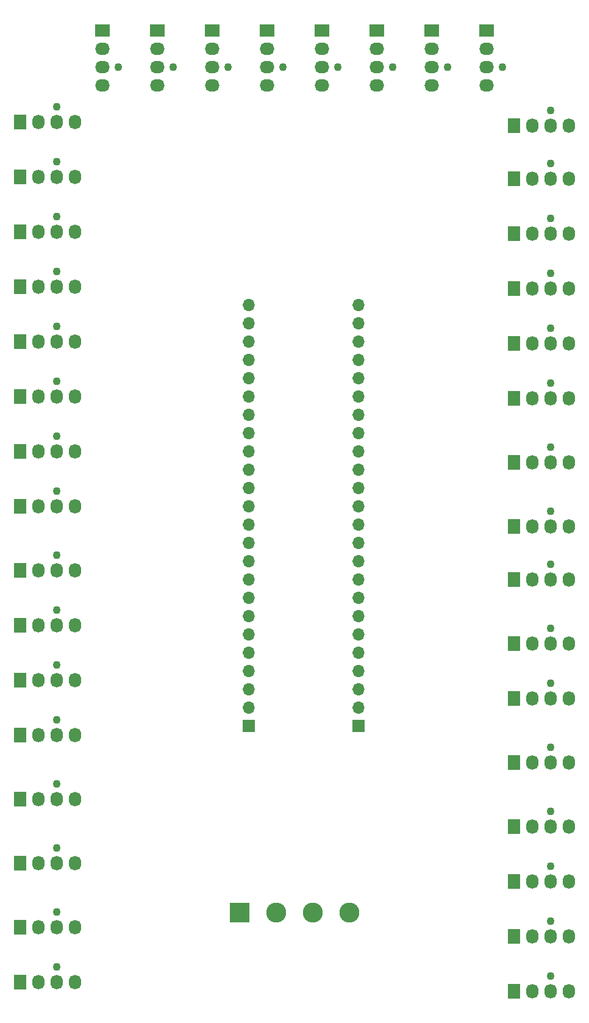
<source format=gbr>
%TF.GenerationSoftware,KiCad,Pcbnew,(5.1.8)-1*%
%TF.CreationDate,2021-02-28T20:43:26-06:00*%
%TF.ProjectId,CircuitBoard,43697263-7569-4744-926f-6172642e6b69,rev?*%
%TF.SameCoordinates,Original*%
%TF.FileFunction,Soldermask,Bot*%
%TF.FilePolarity,Negative*%
%FSLAX46Y46*%
G04 Gerber Fmt 4.6, Leading zero omitted, Abs format (unit mm)*
G04 Created by KiCad (PCBNEW (5.1.8)-1) date 2021-02-28 20:43:26*
%MOMM*%
%LPD*%
G01*
G04 APERTURE LIST*
%ADD10C,2.780000*%
%ADD11R,2.780000X2.780000*%
%ADD12C,1.100000*%
%ADD13O,1.730000X2.030000*%
%ADD14R,1.730000X2.030000*%
%ADD15O,1.700000X1.700000*%
%ADD16R,1.700000X1.700000*%
%ADD17O,2.030000X1.730000*%
%ADD18R,2.030000X1.730000*%
G04 APERTURE END LIST*
D10*
%TO.C,JMolex1*%
X133350000Y-169418000D03*
X128270000Y-169418000D03*
X123190000Y-169418000D03*
D11*
X118110000Y-169418000D03*
%TD*%
D12*
%TO.C,J42*%
X92710000Y-110870000D03*
D13*
X95250000Y-113030000D03*
X92710000Y-113030000D03*
X90170000Y-113030000D03*
D14*
X87630000Y-113030000D03*
%TD*%
D12*
%TO.C,J41*%
X92710000Y-103250000D03*
D13*
X95250000Y-105410000D03*
X92710000Y-105410000D03*
X90170000Y-105410000D03*
D14*
X87630000Y-105410000D03*
%TD*%
D12*
%TO.C,J40*%
X92710000Y-95630000D03*
D13*
X95250000Y-97790000D03*
X92710000Y-97790000D03*
X90170000Y-97790000D03*
D14*
X87630000Y-97790000D03*
%TD*%
D12*
%TO.C,J39*%
X92710000Y-88010000D03*
D13*
X95250000Y-90170000D03*
X92710000Y-90170000D03*
X90170000Y-90170000D03*
D14*
X87630000Y-90170000D03*
%TD*%
D12*
%TO.C,J38*%
X92710000Y-80390000D03*
D13*
X95250000Y-82550000D03*
X92710000Y-82550000D03*
X90170000Y-82550000D03*
D14*
X87630000Y-82550000D03*
%TD*%
D12*
%TO.C,J37*%
X92710000Y-72770000D03*
D13*
X95250000Y-74930000D03*
X92710000Y-74930000D03*
X90170000Y-74930000D03*
D14*
X87630000Y-74930000D03*
%TD*%
D12*
%TO.C,J36*%
X92710000Y-65150000D03*
D13*
X95250000Y-67310000D03*
X92710000Y-67310000D03*
X90170000Y-67310000D03*
D14*
X87630000Y-67310000D03*
%TD*%
D12*
%TO.C,J35*%
X92710000Y-57530000D03*
D13*
X95250000Y-59690000D03*
X92710000Y-59690000D03*
X90170000Y-59690000D03*
D14*
X87630000Y-59690000D03*
%TD*%
D12*
%TO.C,J34*%
X92710000Y-119760000D03*
D13*
X95250000Y-121920000D03*
X92710000Y-121920000D03*
X90170000Y-121920000D03*
D14*
X87630000Y-121920000D03*
%TD*%
D12*
%TO.C,J33*%
X92710000Y-127380000D03*
D13*
X95250000Y-129540000D03*
X92710000Y-129540000D03*
X90170000Y-129540000D03*
D14*
X87630000Y-129540000D03*
%TD*%
D12*
%TO.C,J32*%
X92710000Y-135000000D03*
D13*
X95250000Y-137160000D03*
X92710000Y-137160000D03*
X90170000Y-137160000D03*
D14*
X87630000Y-137160000D03*
%TD*%
D12*
%TO.C,J31*%
X92710000Y-142620000D03*
D13*
X95250000Y-144780000D03*
X92710000Y-144780000D03*
X90170000Y-144780000D03*
D14*
X87630000Y-144780000D03*
%TD*%
D12*
%TO.C,J30*%
X92710000Y-151510000D03*
D13*
X95250000Y-153670000D03*
X92710000Y-153670000D03*
X90170000Y-153670000D03*
D14*
X87630000Y-153670000D03*
%TD*%
D12*
%TO.C,J29*%
X92710000Y-160400000D03*
D13*
X95250000Y-162560000D03*
X92710000Y-162560000D03*
X90170000Y-162560000D03*
D14*
X87630000Y-162560000D03*
%TD*%
D12*
%TO.C,J28*%
X92710000Y-169290000D03*
D13*
X95250000Y-171450000D03*
X92710000Y-171450000D03*
X90170000Y-171450000D03*
D14*
X87630000Y-171450000D03*
%TD*%
D12*
%TO.C,J27*%
X92710000Y-176910000D03*
D13*
X95250000Y-179070000D03*
X92710000Y-179070000D03*
X90170000Y-179070000D03*
D14*
X87630000Y-179070000D03*
%TD*%
D12*
%TO.C,J26*%
X161290000Y-113664000D03*
D13*
X163830000Y-115824000D03*
X161290000Y-115824000D03*
X158750000Y-115824000D03*
D14*
X156210000Y-115824000D03*
%TD*%
D12*
%TO.C,J25*%
X161290000Y-104774000D03*
D13*
X163830000Y-106934000D03*
X161290000Y-106934000D03*
X158750000Y-106934000D03*
D14*
X156210000Y-106934000D03*
%TD*%
D12*
%TO.C,J24*%
X161290000Y-95884000D03*
D13*
X163830000Y-98044000D03*
X161290000Y-98044000D03*
X158750000Y-98044000D03*
D14*
X156210000Y-98044000D03*
%TD*%
D12*
%TO.C,J23*%
X161290000Y-88264000D03*
D13*
X163830000Y-90424000D03*
X161290000Y-90424000D03*
X158750000Y-90424000D03*
D14*
X156210000Y-90424000D03*
%TD*%
D15*
%TO.C,J22*%
X119380000Y-85090000D03*
X119380000Y-87630000D03*
X119380000Y-90170000D03*
X119380000Y-92710000D03*
X119380000Y-95250000D03*
X119380000Y-97790000D03*
X119380000Y-100330000D03*
X119380000Y-102870000D03*
X119380000Y-105410000D03*
X119380000Y-107950000D03*
X119380000Y-110490000D03*
X119380000Y-113030000D03*
X119380000Y-115570000D03*
X119380000Y-118110000D03*
X119380000Y-120650000D03*
X119380000Y-123190000D03*
X119380000Y-125730000D03*
X119380000Y-128270000D03*
X119380000Y-130810000D03*
X119380000Y-133350000D03*
X119380000Y-135890000D03*
X119380000Y-138430000D03*
X119380000Y-140970000D03*
D16*
X119380000Y-143510000D03*
%TD*%
D15*
%TO.C,J21*%
X134620000Y-85090000D03*
X134620000Y-87630000D03*
X134620000Y-90170000D03*
X134620000Y-92710000D03*
X134620000Y-95250000D03*
X134620000Y-97790000D03*
X134620000Y-100330000D03*
X134620000Y-102870000D03*
X134620000Y-105410000D03*
X134620000Y-107950000D03*
X134620000Y-110490000D03*
X134620000Y-113030000D03*
X134620000Y-115570000D03*
X134620000Y-118110000D03*
X134620000Y-120650000D03*
X134620000Y-123190000D03*
X134620000Y-125730000D03*
X134620000Y-128270000D03*
X134620000Y-130810000D03*
X134620000Y-133350000D03*
X134620000Y-135890000D03*
X134620000Y-138430000D03*
X134620000Y-140970000D03*
D16*
X134620000Y-143510000D03*
%TD*%
D12*
%TO.C,J20*%
X108840000Y-52070000D03*
D17*
X106680000Y-54610000D03*
X106680000Y-52070000D03*
X106680000Y-49530000D03*
D18*
X106680000Y-46990000D03*
%TD*%
D12*
%TO.C,J19*%
X101220000Y-52070000D03*
D17*
X99060000Y-54610000D03*
X99060000Y-52070000D03*
X99060000Y-49530000D03*
D18*
X99060000Y-46990000D03*
%TD*%
D12*
%TO.C,J18*%
X161290000Y-121030000D03*
D13*
X163830000Y-123190000D03*
X161290000Y-123190000D03*
X158750000Y-123190000D03*
D14*
X156210000Y-123190000D03*
%TD*%
D12*
%TO.C,J17*%
X161290000Y-129920000D03*
D13*
X163830000Y-132080000D03*
X161290000Y-132080000D03*
X158750000Y-132080000D03*
D14*
X156210000Y-132080000D03*
%TD*%
D12*
%TO.C,J16*%
X161290000Y-137540000D03*
D13*
X163830000Y-139700000D03*
X161290000Y-139700000D03*
X158750000Y-139700000D03*
D14*
X156210000Y-139700000D03*
%TD*%
D12*
%TO.C,J15*%
X161290000Y-146430000D03*
D13*
X163830000Y-148590000D03*
X161290000Y-148590000D03*
X158750000Y-148590000D03*
D14*
X156210000Y-148590000D03*
%TD*%
D12*
%TO.C,J14*%
X161290000Y-155320000D03*
D13*
X163830000Y-157480000D03*
X161290000Y-157480000D03*
X158750000Y-157480000D03*
D14*
X156210000Y-157480000D03*
%TD*%
D12*
%TO.C,J13*%
X161290000Y-162940000D03*
D13*
X163830000Y-165100000D03*
X161290000Y-165100000D03*
X158750000Y-165100000D03*
D14*
X156210000Y-165100000D03*
%TD*%
D12*
%TO.C,J12*%
X161290000Y-170560000D03*
D13*
X163830000Y-172720000D03*
X161290000Y-172720000D03*
X158750000Y-172720000D03*
D14*
X156210000Y-172720000D03*
%TD*%
D12*
%TO.C,J11*%
X161290000Y-178180000D03*
D13*
X163830000Y-180340000D03*
X161290000Y-180340000D03*
X158750000Y-180340000D03*
D14*
X156210000Y-180340000D03*
%TD*%
D12*
%TO.C,J10*%
X161290000Y-80644000D03*
D13*
X163830000Y-82804000D03*
X161290000Y-82804000D03*
X158750000Y-82804000D03*
D14*
X156210000Y-82804000D03*
%TD*%
D12*
%TO.C,J9*%
X161290000Y-65404000D03*
D13*
X163830000Y-67564000D03*
X161290000Y-67564000D03*
X158750000Y-67564000D03*
D14*
X156210000Y-67564000D03*
%TD*%
D12*
%TO.C,J8*%
X161290000Y-58038000D03*
D13*
X163830000Y-60198000D03*
X161290000Y-60198000D03*
X158750000Y-60198000D03*
D14*
X156210000Y-60198000D03*
%TD*%
D12*
%TO.C,J7*%
X154560000Y-52070000D03*
D17*
X152400000Y-54610000D03*
X152400000Y-52070000D03*
X152400000Y-49530000D03*
D18*
X152400000Y-46990000D03*
%TD*%
D12*
%TO.C,J6*%
X161290000Y-73024000D03*
D13*
X163830000Y-75184000D03*
X161290000Y-75184000D03*
X158750000Y-75184000D03*
D14*
X156210000Y-75184000D03*
%TD*%
D12*
%TO.C,J5*%
X146940000Y-52070000D03*
D17*
X144780000Y-54610000D03*
X144780000Y-52070000D03*
X144780000Y-49530000D03*
D18*
X144780000Y-46990000D03*
%TD*%
D12*
%TO.C,J4*%
X139320000Y-52070000D03*
D17*
X137160000Y-54610000D03*
X137160000Y-52070000D03*
X137160000Y-49530000D03*
D18*
X137160000Y-46990000D03*
%TD*%
D12*
%TO.C,J3*%
X116460000Y-52070000D03*
D17*
X114300000Y-54610000D03*
X114300000Y-52070000D03*
X114300000Y-49530000D03*
D18*
X114300000Y-46990000D03*
%TD*%
D12*
%TO.C,J2*%
X131700000Y-52070000D03*
D17*
X129540000Y-54610000D03*
X129540000Y-52070000D03*
X129540000Y-49530000D03*
D18*
X129540000Y-46990000D03*
%TD*%
D12*
%TO.C,J1*%
X124080000Y-52070000D03*
D17*
X121920000Y-54610000D03*
X121920000Y-52070000D03*
X121920000Y-49530000D03*
D18*
X121920000Y-46990000D03*
%TD*%
M02*

</source>
